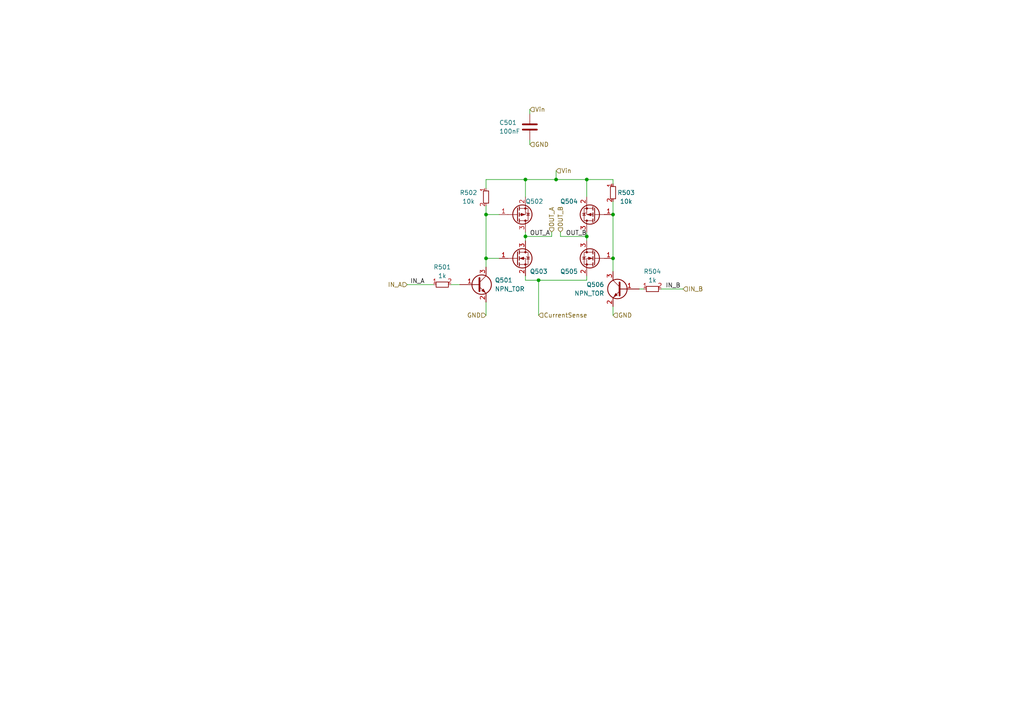
<source format=kicad_sch>
(kicad_sch (version 20230121) (generator eeschema)
  (paper "A4")
  (lib_symbols
    (symbol "Device:C" (pin_numbers hide) (pin_names (offset 0.254))
      (property "Reference" "C" (at 0.635 2.54 0))
      (property "Value" "C" (at 0.635 -2.54 0))
      (symbol "C_0_1"
        (polyline (pts (xy -2.032 -0.762) (xy 2.032 -0.762)) (stroke (width 0.508)))
        (polyline (pts (xy -2.032 0.762) (xy 2.032 0.762)) (stroke (width 0.508)))
      )
      (symbol "C_1_1"
        (pin passive line (at 0 3.81 270) (length 2.794) (name "~") (number "1"))
        (pin passive line (at 0 -3.81 90) (length 2.794) (name "~") (number "2"))
      )
    )
    (symbol "Transistor_FET:AO3400A" (pin_names hide)
      (property "Reference" "Q" (at 5.08 1.905 0))
      (property "Value" "AO3400A" (at 5.08 0 0))
      (symbol "AO3400A_0_1"
        (polyline (pts (xy 0.254 0) (xy -2.54 0)))
        (polyline (pts (xy 0.254 1.905) (xy 0.254 -1.905)) (stroke (width 0.254)))
        (polyline (pts (xy 0.762 -1.27) (xy 0.762 -2.286)) (stroke (width 0.254)))
        (polyline (pts (xy 0.762 0.508) (xy 0.762 -0.508)) (stroke (width 0.254)))
        (polyline (pts (xy 0.762 2.286) (xy 0.762 1.27)) (stroke (width 0.254)))
        (polyline (pts (xy 2.54 2.54) (xy 2.54 1.778)))
        (polyline (pts (xy 2.54 -2.54) (xy 2.54 0) (xy 0.762 0)))
        (polyline (pts (xy 0.762 -1.778) (xy 3.302 -1.778) (xy 3.302 1.778) (xy 0.762 1.778)))
        (polyline (pts (xy 1.016 0) (xy 2.032 0.381) (xy 2.032 -0.381) (xy 1.016 0)) (fill (type outline)))
        (polyline (pts (xy 2.794 0.508) (xy 2.921 0.381) (xy 3.683 0.381) (xy 3.81 0.254)))
        (polyline (pts (xy 3.302 0.381) (xy 2.921 -0.254) (xy 3.683 -0.254) (xy 3.302 0.381)))
        (circle (center 1.651 0) (radius 2.794) (stroke (width 0.254)))
        (circle (center 2.54 -1.778) (radius 0.254) (fill (type outline)))
        (circle (center 2.54 1.778) (radius 0.254) (fill (type outline)))
      )
      (symbol "AO3400A_1_1"
        (pin input line (at -5.08 0 0) (length 2.54) (name "G") (number "1"))
        (pin passive line (at 2.54 -5.08 90) (length 2.54) (name "S") (number "2"))
        (pin passive line (at 2.54 5.08 270) (length 2.54) (name "D") (number "3"))
      )
    )
    (symbol "Transistor_FET:AO3401A" (pin_names hide)
      (property "Reference" "Q" (at 5.08 1.905 0))
      (property "Value" "AO3401A" (at 5.08 0 0))
      (symbol "AO3401A_0_1"
        (polyline (pts (xy 0.254 0) (xy -2.54 0)))
        (polyline (pts (xy 0.254 1.905) (xy 0.254 -1.905)) (stroke (width 0.254)))
        (polyline (pts (xy 0.762 -1.27) (xy 0.762 -2.286)) (stroke (width 0.254)))
        (polyline (pts (xy 0.762 0.508) (xy 0.762 -0.508)) (stroke (width 0.254)))
        (polyline (pts (xy 0.762 2.286) (xy 0.762 1.27)) (stroke (width 0.254)))
        (polyline (pts (xy 2.54 2.54) (xy 2.54 1.778)))
        (polyline (pts (xy 2.54 -2.54) (xy 2.54 0) (xy 0.762 0)))
        (polyline (pts (xy 0.762 1.778) (xy 3.302 1.778) (xy 3.302 -1.778) (xy 0.762 -1.778)))
        (polyline (pts (xy 2.286 0) (xy 1.27 0.381) (xy 1.27 -0.381) (xy 2.286 0)) (fill (type outline)))
        (polyline (pts (xy 2.794 -0.508) (xy 2.921 -0.381) (xy 3.683 -0.381) (xy 3.81 -0.254)))
        (polyline (pts (xy 3.302 -0.381) (xy 2.921 0.254) (xy 3.683 0.254) (xy 3.302 -0.381)))
        (circle (center 1.651 0) (radius 2.794) (stroke (width 0.254)))
        (circle (center 2.54 -1.778) (radius 0.254) (fill (type outline)))
        (circle (center 2.54 1.778) (radius 0.254) (fill (type outline)))
      )
      (symbol "AO3401A_1_1"
        (pin input line (at -5.08 0 0) (length 2.54) (name "G") (number "1"))
        (pin passive line (at 2.54 -5.08 90) (length 2.54) (name "S") (number "2"))
        (pin passive line (at 2.54 5.08 270) (length 2.54) (name "D") (number "3"))
      )
    )
    (symbol "custom_kicad_lib_sk:NPN_TOR" (pin_names (offset 0) hide)
      (property "Reference" "Q" (at 5.08 1.905 0))
      (property "Value" "NPN_TOR" (at 5.08 0 0))
      (symbol "NPN_TOR_0_1"
        (polyline (pts (xy 0.635 0.635) (xy 2.54 2.54)))
        (polyline (pts (xy 0.635 -0.635) (xy 2.54 -2.54) (xy 2.54 -2.54)))
        (polyline (pts (xy 0.635 1.905) (xy 0.635 -1.905) (xy 0.635 -1.905)) (stroke (width 0.508)))
        (polyline (pts (xy 1.27 -1.778) (xy 1.778 -1.27) (xy 2.286 -2.286) (xy 1.27 -1.778) (xy 1.27 -1.778)) (fill (type outline)))
        (circle (center 1.27 0) (radius 2.8194) (stroke (width 0.254)))
      )
      (symbol "NPN_TOR_1_1"
        (pin input line (at -5.08 0 0) (length 5.715) (name "B") (number "1"))
        (pin passive line (at 2.54 -5.08 90) (length 2.54) (name "E") (number "2"))
        (pin passive line (at 2.54 5.08 270) (length 2.54) (name "C") (number "3"))
      )
    )
    (symbol "resistors_0603:R_10k_0603"
      (property "Reference" "R" (at 1.27 2.54 0))
      (property "Value" "10k" (at 2.54 -2.54 0))
      (symbol "R_10k_0603_0_1"
        (rectangle (start -0.762 1.778) (end 0.762 -1.778) (stroke (width 0.2032)))
      )
      (symbol "R_10k_0603_1_1"
        (pin passive line (at 0 2.54 270) (length 0.762) (name "~") (number "1"))
        (pin passive line (at 0 -2.54 90) (length 0.762) (name "~") (number "2"))
      )
    )
    (symbol "resistors_0603:R_1k_0603"
      (property "Reference" "R" (at 1.27 2.54 0))
      (property "Value" "1k" (at 2.54 -2.54 0))
      (symbol "R_1k_0603_0_1"
        (rectangle (start -0.762 1.778) (end 0.762 -1.778) (stroke (width 0.2032)))
      )
      (symbol "R_1k_0603_1_1"
        (pin passive line (at 0 2.54 270) (length 0.762) (name "~") (number "1"))
        (pin passive line (at 0 -2.54 90) (length 0.762) (name "~") (number "2"))
      )
    )
  )
  (junction (at 152.4 68.58))
  (junction (at 152.4 52.07))
  (junction (at 156.21 81.28))
  (junction (at 177.8 62.23))
  (junction (at 177.8 74.93))
  (junction (at 170.18 52.07))
  (junction (at 140.97 62.23))
  (junction (at 170.18 68.58))
  (junction (at 161.29 52.07))
  (junction (at 140.97 74.93))
  (wire (pts (xy 153.67 31.75) (xy 153.67 33.02)))
  (wire (pts (xy 162.56 68.58) (xy 170.18 68.58)))
  (wire (pts (xy 170.18 68.58) (xy 170.18 69.85)))
  (wire (pts (xy 152.4 67.31) (xy 152.4 68.58)))
  (wire (pts (xy 170.18 57.15) (xy 170.18 52.07)))
  (wire (pts (xy 162.56 68.58) (xy 162.56 67.31)))
  (wire (pts (xy 152.4 68.58) (xy 160.02 68.58)))
  (wire (pts (xy 177.8 58.42) (xy 177.8 62.23)))
  (wire (pts (xy 160.02 67.31) (xy 160.02 68.58)))
  (wire (pts (xy 140.97 54.61) (xy 140.97 52.07)))
  (wire (pts (xy 191.77 83.82) (xy 198.12 83.82)))
  (wire (pts (xy 144.78 74.93) (xy 140.97 74.93)))
  (wire (pts (xy 161.29 52.07) (xy 152.4 52.07)))
  (wire (pts (xy 140.97 59.69) (xy 140.97 62.23)))
  (wire (pts (xy 130.81 82.55) (xy 133.35 82.55)))
  (wire (pts (xy 152.4 52.07) (xy 152.4 57.15)))
  (wire (pts (xy 177.8 74.93) (xy 177.8 78.74)))
  (wire (pts (xy 185.42 83.82) (xy 186.69 83.82)))
  (wire (pts (xy 140.97 77.47) (xy 140.97 74.93)))
  (wire (pts (xy 140.97 62.23) (xy 144.78 62.23)))
  (wire (pts (xy 161.29 49.53) (xy 161.29 52.07)))
  (wire (pts (xy 140.97 87.63) (xy 140.97 91.44)))
  (wire (pts (xy 177.8 53.34) (xy 177.8 52.07)))
  (wire (pts (xy 170.18 52.07) (xy 161.29 52.07)))
  (wire (pts (xy 152.4 81.28) (xy 156.21 81.28)))
  (wire (pts (xy 170.18 52.07) (xy 177.8 52.07)))
  (wire (pts (xy 177.8 62.23) (xy 177.8 74.93)))
  (wire (pts (xy 152.4 81.28) (xy 152.4 80.01)))
  (wire (pts (xy 170.18 81.28) (xy 170.18 80.01)))
  (wire (pts (xy 118.11 82.55) (xy 125.73 82.55)))
  (wire (pts (xy 153.67 41.91) (xy 153.67 40.64)))
  (wire (pts (xy 170.18 67.31) (xy 170.18 68.58)))
  (wire (pts (xy 156.21 81.28) (xy 156.21 91.44)))
  (wire (pts (xy 140.97 74.93) (xy 140.97 62.23)))
  (wire (pts (xy 152.4 68.58) (xy 152.4 69.85)))
  (wire (pts (xy 177.8 88.9) (xy 177.8 91.44)))
  (wire (pts (xy 156.21 81.28) (xy 170.18 81.28)))
  (wire (pts (xy 140.97 52.07) (xy 152.4 52.07)))
  (label "IN_B" (at 193.04 83.82 0))
  (label "IN_A" (at 123.19 82.55 180))
  (label "OUT_B" (at 170.18 68.58 180))
  (label "OUT_A" (at 153.67 68.58 0))
  (hierarchical_label "OUT_B" (shape input) (at 162.56 67.31 90))
  (hierarchical_label "CurrentSense" (shape input) (at 156.21 91.44 0))
  (hierarchical_label "IN_A" (shape input) (at 118.11 82.55 180))
  (hierarchical_label "Vin" (shape input) (at 153.67 31.75 0))
  (hierarchical_label "OUT_A" (shape input) (at 160.02 67.31 90))
  (hierarchical_label "GND" (shape input) (at 153.67 41.91 0))
  (hierarchical_label "GND" (shape input) (at 177.8 91.44 0))
  (hierarchical_label "GND" (shape input) (at 140.97 91.44 180))
  (hierarchical_label "Vin" (shape input) (at 161.29 49.53 0))
  (hierarchical_label "IN_B" (shape input) (at 198.12 83.82 0))
  (symbol (lib_id "Device:C") (at 153.67 36.83 180) (unit 1)
    (property "Reference" "C501" (at 144.78 35.5631 0) (effects (justify right)))
    (property "Value" "100nF" (at 144.78 38.1 0) (effects (justify right)))
    (property "Footprint" "Capacitor_SMD:C_0603_1608Metric_Pad1.08x0.95mm_HandSolder" (effects hide))
    (property "JLCPCB Part#" "C14663" (effects hide))
  )
  (symbol (lib_id "custom_kicad_lib_sk:NPN_TOR") (at 180.34 83.82 0) (mirror y) (unit 1)
    (property "Reference" "Q506" (at 175.26 82.55 0) (effects (justify left)))
    (property "Value" "NPN_TOR" (at 175.26 85.09 0) (effects (justify left)))
    (property "Footprint" "Package_TO_SOT_SMD:SOT-23" (effects hide))
    (property "JLCPCB Part#" "C2145" (effects hide))
  )
  (symbol (lib_id "Transistor_FET:AO3400A") (at 172.72 74.93 0) (mirror y) (unit 1)
    (property "Reference" "Q505" (at 167.64 78.74 0) (effects (justify left)))
    (property "Value" "N-channel" (effects hide))
    (property "Footprint" "Package_TO_SOT_SMD:SOT-23" (effects hide))
    (property "Datasheet" "http://www.aosmd.com/pdfs/datasheet/AO3400A.pdf" (effects hide))
    (property "JLCPCB Part#" "C20917" (effects hide))
    (instances (project "Hbridge" (path "" (reference "Q505") (unit 1))) (project "pwmController" (path "" (reference "Q505") (unit 1))) (project "booster" (path "" (reference "Q404") (unit 1))))
  )
  (symbol (lib_id "custom_kicad_lib_sk:NPN_TOR") (at 138.43 82.55 0) (unit 1)
    (property "Reference" "Q501" (at 143.51 81.28 0) (effects (justify left)))
    (property "Value" "NPN_TOR" (at 143.51 83.82 0) (effects (justify left)))
    (property "Footprint" "Package_TO_SOT_SMD:SOT-23" (effects hide))
    (property "JLCPCB Part#" "C2145" (effects hide))
  )
  (symbol (lib_id "resistors_0603:R_10k_0603") (at 140.97 57.15 0) (unit 1)
    (property "Reference" "R502" (at 135.89 55.88 0))
    (property "Value" "10k" (at 135.89 58.42 0))
    (property "Footprint" "custom_kicad_lib_sk:R_0603_smalltext" (effects hide))
    (property "JLCPCB Part#" "C25804" (effects hide))
    (instances (project "Hbridge" (path "" (reference "R502") (unit 1))) (project "pwmController" (path "" (reference "R502") (unit 1))) (project "booster" (path "" (reference "R403") (unit 1))))
  )
  (symbol (lib_id "Transistor_FET:AO3400A") (at 149.86 74.93 0) (unit 1)
    (property "Reference" "Q503" (at 153.67 78.74 0) (effects (justify left)))
    (property "Value" "N-channel" (effects hide))
    (property "Footprint" "Package_TO_SOT_SMD:SOT-23" (effects hide))
    (property "Datasheet" "http://www.aosmd.com/pdfs/datasheet/AO3400A.pdf" (effects hide))
    (property "JLCPCB Part#" "C20917" (effects hide))
    (instances (project "Hbridge" (path "" (reference "Q503") (unit 1))) (project "pwmController" (path "" (reference "Q503") (unit 1))) (project "booster" (path "" (reference "Q402") (unit 1))))
  )
  (symbol (lib_id "resistors_0603:R_10k_0603") (at 177.8 55.88 0) (unit 1)
    (property "Reference" "R503" (at 181.61 55.88 0))
    (property "Value" "10k" (at 181.61 58.42 0))
    (property "Footprint" "custom_kicad_lib_sk:R_0603_smalltext" (effects hide))
    (property "JLCPCB Part#" "C25804" (effects hide))
    (instances (project "Hbridge" (path "" (reference "R503") (unit 1))) (project "pwmController" (path "" (reference "R503") (unit 1))) (project "booster" (path "" (reference "R402") (unit 1))))
  )
  (symbol (lib_id "resistors_0603:R_1k_0603") (at 128.27 82.55 90) (unit 1)
    (property "Reference" "R501" (at 128.27 77.47 90))
    (property "Value" "1k" (at 128.27 80.01 90))
    (property "Footprint" "custom_kicad_lib_sk:R_0603_smalltext" (effects hide))
    (property "JLCPCB Part#" "C21190" (effects hide))
  )
  (symbol (lib_id "Transistor_FET:AO3401A") (at 149.86 62.23 0) (mirror x) (unit 1)
    (property "Reference" "Q502" (at 152.4 58.42 0) (effects (justify left)))
    (property "Value" "P-channel" (effects hide))
    (property "Footprint" "Package_TO_SOT_SMD:SOT-23" (effects hide))
    (property "Datasheet" "http://www.aosmd.com/pdfs/datasheet/AO3401A.pdf" (effects hide))
    (property "JLCPCB Part#" "C15127" (effects hide))
    (instances (project "Hbridge" (path "" (reference "Q502") (unit 1))) (project "pwmController" (path "" (reference "Q502") (unit 1))) (project "booster" (path "" (reference "Q401") (unit 1))))
  )
  (symbol (lib_id "Transistor_FET:AO3401A") (at 172.72 62.23 180) (unit 1)
    (property "Reference" "Q504" (at 167.64 58.42 0) (effects (justify left)))
    (property "Value" "P-channel" (effects hide))
    (property "Footprint" "Package_TO_SOT_SMD:SOT-23" (effects hide))
    (property "Datasheet" "http://www.aosmd.com/pdfs/datasheet/AO3401A.pdf" (effects hide))
    (property "JLCPCB Part#" "C15127" (effects hide))
    (instances (project "Hbridge" (path "" (reference "Q504") (unit 1))) (project "pwmController" (path "" (reference "Q504") (unit 1))) (project "booster" (path "" (reference "Q403") (unit 1))))
  )
  (symbol (lib_id "resistors_0603:R_1k_0603") (at 189.23 83.82 90) (unit 1)
    (property "Reference" "R504" (at 189.23 78.74 90))
    (property "Value" "1k" (at 189.23 81.28 90))
    (property "Footprint" "custom_kicad_lib_sk:R_0603_smalltext" (effects hide))
    (property "JLCPCB Part#" "C21190" (effects hide))
  )
)
</source>
